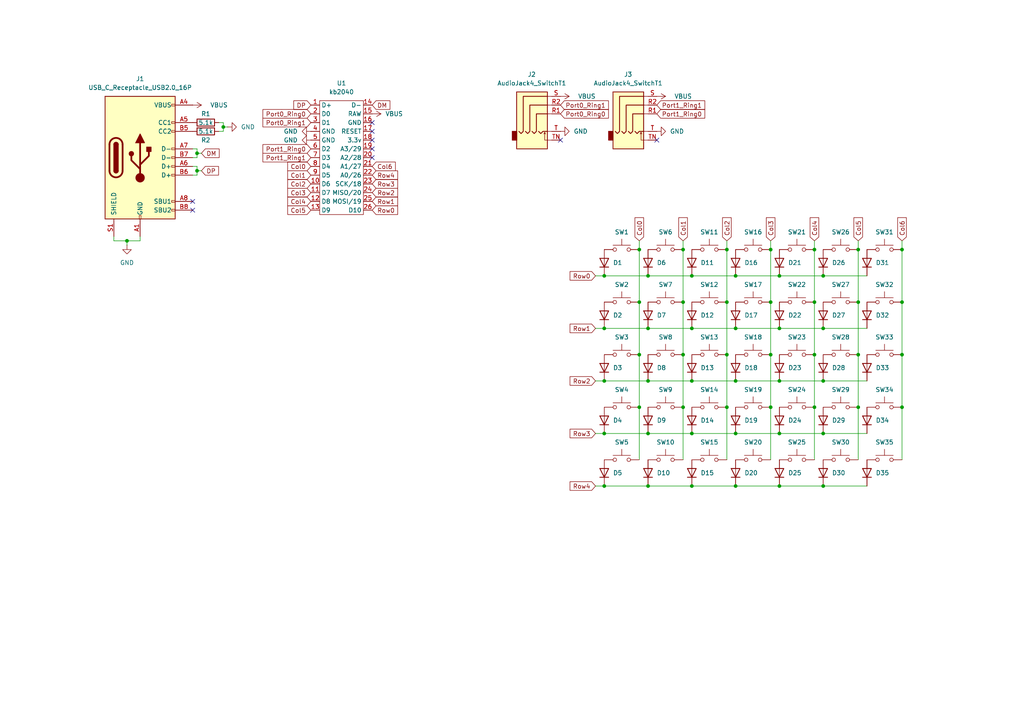
<source format=kicad_sch>
(kicad_sch (version 20231120) (generator "eeschema") (generator_version "8.0")
  (paper "A4")
  (lib_symbols
    (symbol "Connector:USB_C_Receptacle_USB2.0_16P" (pin_names (offset 1.016))
      (property "Reference" "J" (at 0 22.225 0))
      (property "Value" "USB_C_Receptacle_USB2.0_16P" (at 0 19.685 0))
      (symbol "USB_C_Receptacle_USB2.0_16P_0_0"
        (rectangle (start -0.254 -17.78) (end 0.254 -16.764))
        (rectangle (start 10.16 -14.986) (end 9.144 -15.494))
        (rectangle (start 10.16 -12.446) (end 9.144 -12.954))
        (rectangle (start 10.16 -4.826) (end 9.144 -5.334))
        (rectangle (start 10.16 -2.286) (end 9.144 -2.794))
        (rectangle (start 10.16 0.254) (end 9.144 -0.254))
        (rectangle (start 10.16 2.794) (end 9.144 2.286))
        (rectangle (start 10.16 7.874) (end 9.144 7.366))
        (rectangle (start 10.16 10.414) (end 9.144 9.906))
        (rectangle (start 10.16 15.494) (end 9.144 14.986))
      )
      (symbol "USB_C_Receptacle_USB2.0_16P_0_1"
        (rectangle (start -10.16 17.78) (end 10.16 -17.78) (stroke (width 0.254)) (fill (type background)))
        (arc (start -8.89 -3.81) (mid -6.985 -5.7067) (end -5.08 -3.81) (stroke (width 0.508)))
        (arc (start -7.62 -3.81) (mid -6.985 -4.4423) (end -6.35 -3.81) (stroke (width 0.254)))
        (arc (start -7.62 -3.81) (mid -6.985 -4.4423) (end -6.35 -3.81) (stroke (width 0.254)) (fill (type outline)))
        (rectangle (start -7.62 -3.81) (end -6.35 3.81) (stroke (width 0.254)) (fill (type outline)))
        (arc (start -6.35 3.81) (mid -6.985 4.4423) (end -7.62 3.81) (stroke (width 0.254)))
        (arc (start -6.35 3.81) (mid -6.985 4.4423) (end -7.62 3.81) (stroke (width 0.254)) (fill (type outline)))
        (arc (start -5.08 3.81) (mid -6.985 5.7067) (end -8.89 3.81) (stroke (width 0.508)))
        (circle (center -2.54 1.143) (radius 0.635) (stroke (width 0.254)) (fill (type outline)))
        (circle (center 0 -5.842) (radius 1.27) (fill (type outline)))
        (polyline (pts (xy -8.89 -3.81) (xy -8.89 3.81)) (stroke (width 0.508)))
        (polyline (pts (xy -5.08 3.81) (xy -5.08 -3.81)) (stroke (width 0.508)))
        (polyline (pts (xy 0 -5.842) (xy 0 4.318)) (stroke (width 0.508)))
        (polyline (pts (xy 0 -3.302) (xy -2.54 -0.762) (xy -2.54 0.508)) (stroke (width 0.508)))
        (polyline (pts (xy 0 -2.032) (xy 2.54 0.508) (xy 2.54 1.778)) (stroke (width 0.508)))
        (polyline (pts (xy -1.27 4.318) (xy 0 6.858) (xy 1.27 4.318) (xy -1.27 4.318)) (stroke (width 0.254)) (fill (type outline)))
        (rectangle (start 1.905 1.778) (end 3.175 3.048) (stroke (width 0.254)) (fill (type outline)))
      )
      (symbol "USB_C_Receptacle_USB2.0_16P_1_1"
        (pin passive line (at 0 -22.86 90) (length 5.08) (name "GND") (number "A1"))
        (pin passive line (at 0 -22.86 90) (length 5.08) hide (name "GND") (number "A12"))
        (pin passive line (at 15.24 15.24 180) (length 5.08) (name "VBUS") (number "A4"))
        (pin bidirectional line (at 15.24 10.16 180) (length 5.08) (name "CC1") (number "A5"))
        (pin bidirectional line (at 15.24 -2.54 180) (length 5.08) (name "D+") (number "A6"))
        (pin bidirectional line (at 15.24 2.54 180) (length 5.08) (name "D-") (number "A7"))
        (pin bidirectional line (at 15.24 -12.7 180) (length 5.08) (name "SBU1") (number "A8"))
        (pin passive line (at 15.24 15.24 180) (length 5.08) hide (name "VBUS") (number "A9"))
        (pin passive line (at 0 -22.86 90) (length 5.08) hide (name "GND") (number "B1"))
        (pin passive line (at 0 -22.86 90) (length 5.08) hide (name "GND") (number "B12"))
        (pin passive line (at 15.24 15.24 180) (length 5.08) hide (name "VBUS") (number "B4"))
        (pin bidirectional line (at 15.24 7.62 180) (length 5.08) (name "CC2") (number "B5"))
        (pin bidirectional line (at 15.24 -5.08 180) (length 5.08) (name "D+") (number "B6"))
        (pin bidirectional line (at 15.24 0 180) (length 5.08) (name "D-") (number "B7"))
        (pin bidirectional line (at 15.24 -15.24 180) (length 5.08) (name "SBU2") (number "B8"))
        (pin passive line (at 15.24 15.24 180) (length 5.08) hide (name "VBUS") (number "B9"))
        (pin passive line (at -7.62 -22.86 90) (length 5.08) (name "SHIELD") (number "S1"))
      )
    )
    (symbol "Connector_Audio:AudioJack4_SwitchT1"
      (property "Reference" "J" (at 0 11.43 0))
      (property "Value" "AudioJack4_SwitchT1" (at 0 8.89 0))
      (symbol "AudioJack4_SwitchT1_0_1"
        (rectangle (start -7.62 -5.08) (end -8.89 -7.62) (stroke (width 0.254)) (fill (type outline)))
        (polyline (pts (xy 1.27 -5.08) (xy 2.54 -5.08)))
        (polyline (pts (xy 1.27 2.54) (xy 2.54 2.54)))
        (polyline (pts (xy 2.54 0) (xy 1.27 0)))
        (polyline (pts (xy 2.54 5.08) (xy 1.27 5.08)))
        (rectangle (start 1.27 6.35) (end -7.62 -10.16) (stroke (width 0.254)) (fill (type background)))
      )
      (symbol "AudioJack4_SwitchT1_1_1"
        (polyline (pts (xy 0.508 -5.334) (xy 0.762 -5.842)))
        (polyline (pts (xy -1.27 -5.08) (xy -0.635 -5.715) (xy 0 -5.08) (xy 1.27 -5.08)) (stroke (width 0.254)))
        (polyline (pts (xy 2.54 -7.62) (xy 0.508 -7.62) (xy 0.508 -5.334) (xy 0.254 -5.842)))
        (polyline (pts (xy -3.175 -5.08) (xy -2.54 -5.715) (xy -1.905 -5.08) (xy -1.905 0) (xy 1.27 0)) (stroke (width 0.254)))
        (polyline (pts (xy 1.27 2.54) (xy -3.81 2.54) (xy -3.81 -5.08) (xy -4.445 -5.715) (xy -5.08 -5.08)) (stroke (width 0.254)))
        (polyline (pts (xy 1.27 5.08) (xy -5.715 5.08) (xy -5.715 -5.08) (xy -6.35 -5.715) (xy -6.985 -5.08)) (stroke (width 0.254)))
        (pin passive line (at 5.08 0 180) (length 2.54) (name "~") (number "R1"))
        (pin passive line (at 5.08 2.54 180) (length 2.54) (name "~") (number "R2"))
        (pin passive line (at 5.08 5.08 180) (length 2.54) (name "~") (number "S"))
        (pin passive line (at 5.08 -5.08 180) (length 2.54) (name "~") (number "T"))
        (pin passive line (at 5.08 -7.62 180) (length 2.54) (name "~") (number "TN"))
      )
    )
    (symbol "Device:D" (pin_numbers hide) (pin_names (offset 1.016) hide)
      (property "Reference" "D" (at 0 2.54 0))
      (property "Value" "D" (at 0 -2.54 0))
      (symbol "D_0_1"
        (polyline (pts (xy -1.27 1.27) (xy -1.27 -1.27)) (stroke (width 0.254)))
        (polyline (pts (xy 1.27 0) (xy -1.27 0)))
        (polyline (pts (xy 1.27 1.27) (xy 1.27 -1.27) (xy -1.27 0) (xy 1.27 1.27)) (stroke (width 0.254)))
      )
      (symbol "D_1_1"
        (pin passive line (at -3.81 0 0) (length 2.54) (name "K") (number "1"))
        (pin passive line (at 3.81 0 180) (length 2.54) (name "A") (number "2"))
      )
    )
    (symbol "Device:R" (pin_numbers hide) (pin_names (offset 0))
      (property "Reference" "R" (at 2.032 0 90))
      (property "Value" "R" (at 0 0 90))
      (symbol "R_0_1"
        (rectangle (start -1.016 -2.54) (end 1.016 2.54) (stroke (width 0.254)))
      )
      (symbol "R_1_1"
        (pin passive line (at 0 3.81 270) (length 1.27) (name "~") (number "1"))
        (pin passive line (at 0 -3.81 90) (length 1.27) (name "~") (number "2"))
      )
    )
    (symbol "Switch:SW_Push" (pin_numbers hide) (pin_names (offset 1.016) hide)
      (property "Reference" "SW" (at 1.27 2.54 0))
      (property "Value" "SW_Push" (at 0 -1.524 0))
      (symbol "SW_Push_0_1"
        (circle (center -2.032 0) (radius 0.508))
        (polyline (pts (xy 0 1.27) (xy 0 3.048)))
        (polyline (pts (xy 2.54 1.27) (xy -2.54 1.27)))
        (circle (center 2.032 0) (radius 0.508))
        (pin passive line (at -5.08 0 0) (length 2.54) (name "1") (number "1"))
        (pin passive line (at 5.08 0 180) (length 2.54) (name "2") (number "2"))
      )
    )
    (symbol "kb2040:kb2040"
      (property "Reference" "U" (at 0 0 0))
      (property "Value" "kb2040" (at 0 -2.54 0))
      (symbol "kb2040_0_1"
        (rectangle (start 0 -3.81) (end 12.7 -36.83) (stroke (width 0.1524)))
      )
      (symbol "kb2040_1_1"
        (pin bidirectional line (at -2.54 -5.08 0) (length 2.54) (name "D+") (number "1"))
        (pin bidirectional line (at -2.54 -27.94 0) (length 2.54) (name "D6") (number "10"))
        (pin bidirectional line (at -2.54 -30.48 0) (length 2.54) (name "D7") (number "11"))
        (pin bidirectional line (at -2.54 -33.02 0) (length 2.54) (name "D8") (number "12"))
        (pin bidirectional line (at -2.54 -35.56 0) (length 2.54) (name "D9") (number "13"))
        (pin bidirectional line (at 15.24 -5.08 180) (length 2.54) (name "D-") (number "14"))
        (pin bidirectional line (at 15.24 -7.62 180) (length 2.54) (name "RAW") (number "15"))
        (pin bidirectional line (at 15.24 -10.16 180) (length 2.54) (name "GND") (number "16"))
        (pin bidirectional line (at 15.24 -12.7 180) (length 2.54) (name "RESET") (number "17"))
        (pin bidirectional line (at 15.24 -15.24 180) (length 2.54) (name "3.3v") (number "18"))
        (pin bidirectional line (at 15.24 -17.78 180) (length 2.54) (name "A3/29") (number "19"))
        (pin bidirectional line (at -2.54 -7.62 0) (length 2.54) (name "D0") (number "2"))
        (pin bidirectional line (at 15.24 -20.32 180) (length 2.54) (name "A2/28") (number "20"))
        (pin bidirectional line (at 15.24 -22.86 180) (length 2.54) (name "A1/27") (number "21"))
        (pin bidirectional line (at 15.24 -25.4 180) (length 2.54) (name "A0/26") (number "22"))
        (pin bidirectional line (at 15.24 -27.94 180) (length 2.54) (name "SCK/18") (number "23"))
        (pin bidirectional line (at 15.24 -30.48 180) (length 2.54) (name "MISO/20") (number "24"))
        (pin bidirectional line (at 15.24 -33.02 180) (length 2.54) (name "MOSI/19") (number "25"))
        (pin bidirectional line (at 15.24 -35.56 180) (length 2.54) (name "D10") (number "26"))
        (pin bidirectional line (at -2.54 -10.16 0) (length 2.54) (name "D1") (number "3"))
        (pin bidirectional line (at -2.54 -12.7 0) (length 2.54) (name "GND") (number "4"))
        (pin bidirectional line (at -2.54 -15.24 0) (length 2.54) (name "GND") (number "5"))
        (pin bidirectional line (at -2.54 -17.78 0) (length 2.54) (name "D2") (number "6"))
        (pin bidirectional line (at -2.54 -20.32 0) (length 2.54) (name "D3") (number "7"))
        (pin bidirectional line (at -2.54 -22.86 0) (length 2.54) (name "D4") (number "8"))
        (pin bidirectional line (at -2.54 -25.4 0) (length 2.54) (name "D5") (number "9"))
      )
    )
    (symbol "power:GND" (power) (pin_numbers hide) (pin_names (offset 0) hide)
      (property "Value" "GND" (at 0 -3.81 0))
      (symbol "GND_0_1"
        (polyline (pts (xy 0 0) (xy 0 -1.27) (xy 1.27 -1.27) (xy 0 -2.54) (xy -1.27 -1.27) (xy 0 -1.27)))
      )
      (symbol "GND_1_1"
        (pin power_in line (at 0 0 270) (length 0) (name "~") (number "1"))
      )
    )
    (symbol "power:VBUS" (power) (pin_numbers hide) (pin_names (offset 0) hide)
      (property "Value" "VBUS" (at 0 3.556 0))
      (symbol "VBUS_0_1"
        (polyline (pts (xy -0.762 1.27) (xy 0 2.54)))
        (polyline (pts (xy 0 0) (xy 0 2.54)))
        (polyline (pts (xy 0 2.54) (xy 0.762 1.27)))
      )
      (symbol "VBUS_1_1"
        (pin power_in line (at 0 0 90) (length 0) (name "~") (number "1"))
      )
    )
  )
  (junction (at 187.96 140.97))
  (junction (at 198.12 87.63))
  (junction (at 236.22 87.63))
  (junction (at 175.26 95.25))
  (junction (at 226.06 125.73))
  (junction (at 175.26 125.73))
  (junction (at 198.12 102.87))
  (junction (at 57.15 44.45))
  (junction (at 198.12 118.11))
  (junction (at 210.82 87.63))
  (junction (at 223.52 72.39))
  (junction (at 57.15 49.53))
  (junction (at 213.36 80.01))
  (junction (at 198.12 72.39))
  (junction (at 200.66 80.01))
  (junction (at 261.62 72.39))
  (junction (at 261.62 118.11))
  (junction (at 238.76 80.01))
  (junction (at 185.42 87.63))
  (junction (at 236.22 102.87))
  (junction (at 226.06 95.25))
  (junction (at 226.06 140.97))
  (junction (at 238.76 110.49))
  (junction (at 200.66 95.25))
  (junction (at 185.42 102.87))
  (junction (at 200.66 125.73))
  (junction (at 213.36 110.49))
  (junction (at 248.92 87.63))
  (junction (at 226.06 80.01))
  (junction (at 248.92 102.87))
  (junction (at 200.66 140.97))
  (junction (at 36.83 69.85))
  (junction (at 187.96 110.49))
  (junction (at 236.22 72.39))
  (junction (at 248.92 118.11))
  (junction (at 185.42 72.39))
  (junction (at 261.62 102.87))
  (junction (at 223.52 118.11))
  (junction (at 223.52 87.63))
  (junction (at 213.36 140.97))
  (junction (at 64.77 36.83))
  (junction (at 226.06 110.49))
  (junction (at 248.92 72.39))
  (junction (at 187.96 80.01))
  (junction (at 210.82 72.39))
  (junction (at 236.22 118.11))
  (junction (at 238.76 140.97))
  (junction (at 175.26 80.01))
  (junction (at 213.36 125.73))
  (junction (at 223.52 102.87))
  (junction (at 185.42 118.11))
  (junction (at 238.76 125.73))
  (junction (at 200.66 110.49))
  (junction (at 187.96 125.73))
  (junction (at 210.82 118.11))
  (junction (at 261.62 87.63))
  (junction (at 175.26 140.97))
  (junction (at 238.76 95.25))
  (junction (at 187.96 95.25))
  (junction (at 175.26 110.49))
  (junction (at 213.36 95.25))
  (junction (at 210.82 102.87))
  (no_connect (at 107.95 43.18))
  (no_connect (at 107.95 35.56))
  (no_connect (at 162.56 40.64))
  (no_connect (at 107.95 45.72))
  (no_connect (at 107.95 40.64))
  (no_connect (at 55.88 58.42))
  (no_connect (at 190.5 40.64))
  (no_connect (at 55.88 60.96))
  (no_connect (at 107.95 38.1))
  (wire (pts (xy 210.82 102.87) (xy 210.82 118.11)))
  (wire (pts (xy 248.92 102.87) (xy 248.92 118.11)))
  (wire (pts (xy 210.82 118.11) (xy 210.82 133.35)))
  (wire (pts (xy 185.42 69.85) (xy 185.42 72.39)))
  (wire (pts (xy 248.92 69.85) (xy 248.92 72.39)))
  (wire (pts (xy 261.62 69.85) (xy 261.62 72.39)))
  (wire (pts (xy 187.96 80.01) (xy 200.66 80.01)))
  (wire (pts (xy 55.88 45.72) (xy 57.15 45.72)))
  (wire (pts (xy 198.12 72.39) (xy 198.12 87.63)))
  (wire (pts (xy 57.15 49.53) (xy 58.42 49.53)))
  (wire (pts (xy 226.06 140.97) (xy 238.76 140.97)))
  (wire (pts (xy 175.26 125.73) (xy 187.96 125.73)))
  (wire (pts (xy 175.26 80.01) (xy 187.96 80.01)))
  (wire (pts (xy 238.76 80.01) (xy 251.46 80.01)))
  (wire (pts (xy 57.15 45.72) (xy 57.15 44.45)))
  (wire (pts (xy 261.62 102.87) (xy 261.62 118.11)))
  (wire (pts (xy 248.92 87.63) (xy 248.92 102.87)))
  (wire (pts (xy 55.88 48.26) (xy 57.15 48.26)))
  (wire (pts (xy 213.36 110.49) (xy 226.06 110.49)))
  (wire (pts (xy 236.22 102.87) (xy 236.22 118.11)))
  (wire (pts (xy 63.5 38.1) (xy 64.77 38.1)))
  (wire (pts (xy 198.12 87.63) (xy 198.12 102.87)))
  (wire (pts (xy 261.62 87.63) (xy 261.62 102.87)))
  (wire (pts (xy 64.77 36.83) (xy 64.77 35.56)))
  (wire (pts (xy 187.96 110.49) (xy 200.66 110.49)))
  (wire (pts (xy 172.72 125.73) (xy 175.26 125.73)))
  (wire (pts (xy 64.77 35.56) (xy 63.5 35.56)))
  (wire (pts (xy 57.15 48.26) (xy 57.15 49.53)))
  (wire (pts (xy 261.62 118.11) (xy 261.62 133.35)))
  (wire (pts (xy 187.96 125.73) (xy 200.66 125.73)))
  (wire (pts (xy 236.22 118.11) (xy 236.22 133.35)))
  (wire (pts (xy 223.52 72.39) (xy 223.52 87.63)))
  (wire (pts (xy 175.26 140.97) (xy 187.96 140.97)))
  (wire (pts (xy 185.42 102.87) (xy 185.42 118.11)))
  (wire (pts (xy 198.12 102.87) (xy 198.12 118.11)))
  (wire (pts (xy 223.52 69.85) (xy 223.52 72.39)))
  (wire (pts (xy 213.36 140.97) (xy 226.06 140.97)))
  (wire (pts (xy 172.72 140.97) (xy 175.26 140.97)))
  (wire (pts (xy 187.96 95.25) (xy 200.66 95.25)))
  (wire (pts (xy 210.82 87.63) (xy 210.82 102.87)))
  (wire (pts (xy 238.76 95.25) (xy 251.46 95.25)))
  (wire (pts (xy 261.62 72.39) (xy 261.62 87.63)))
  (wire (pts (xy 172.72 80.01) (xy 175.26 80.01)))
  (wire (pts (xy 213.36 95.25) (xy 226.06 95.25)))
  (wire (pts (xy 55.88 50.8) (xy 57.15 50.8)))
  (wire (pts (xy 200.66 95.25) (xy 213.36 95.25)))
  (wire (pts (xy 175.26 95.25) (xy 187.96 95.25)))
  (wire (pts (xy 210.82 69.85) (xy 210.82 72.39)))
  (wire (pts (xy 248.92 72.39) (xy 248.92 87.63)))
  (wire (pts (xy 198.12 69.85) (xy 198.12 72.39)))
  (wire (pts (xy 185.42 72.39) (xy 185.42 87.63)))
  (wire (pts (xy 57.15 44.45) (xy 58.42 44.45)))
  (wire (pts (xy 57.15 43.18) (xy 57.15 44.45)))
  (wire (pts (xy 175.26 110.49) (xy 187.96 110.49)))
  (wire (pts (xy 213.36 80.01) (xy 226.06 80.01)))
  (wire (pts (xy 236.22 72.39) (xy 236.22 87.63)))
  (wire (pts (xy 200.66 110.49) (xy 213.36 110.49)))
  (wire (pts (xy 236.22 69.85) (xy 236.22 72.39)))
  (wire (pts (xy 36.83 69.85) (xy 36.83 71.12)))
  (wire (pts (xy 238.76 125.73) (xy 251.46 125.73)))
  (wire (pts (xy 223.52 102.87) (xy 223.52 118.11)))
  (wire (pts (xy 172.72 110.49) (xy 175.26 110.49)))
  (wire (pts (xy 36.83 69.85) (xy 40.64 69.85)))
  (wire (pts (xy 187.96 140.97) (xy 200.66 140.97)))
  (wire (pts (xy 200.66 80.01) (xy 213.36 80.01)))
  (wire (pts (xy 40.64 68.58) (xy 40.64 69.85)))
  (wire (pts (xy 200.66 140.97) (xy 213.36 140.97)))
  (wire (pts (xy 33.02 68.58) (xy 33.02 69.85)))
  (wire (pts (xy 226.06 80.01) (xy 238.76 80.01)))
  (wire (pts (xy 226.06 95.25) (xy 238.76 95.25)))
  (wire (pts (xy 223.52 87.63) (xy 223.52 102.87)))
  (wire (pts (xy 64.77 36.83) (xy 66.04 36.83)))
  (wire (pts (xy 223.52 118.11) (xy 223.52 133.35)))
  (wire (pts (xy 57.15 50.8) (xy 57.15 49.53)))
  (wire (pts (xy 238.76 110.49) (xy 251.46 110.49)))
  (wire (pts (xy 198.12 118.11) (xy 198.12 133.35)))
  (wire (pts (xy 213.36 125.73) (xy 226.06 125.73)))
  (wire (pts (xy 226.06 110.49) (xy 238.76 110.49)))
  (wire (pts (xy 238.76 140.97) (xy 251.46 140.97)))
  (wire (pts (xy 185.42 118.11) (xy 185.42 133.35)))
  (wire (pts (xy 248.92 118.11) (xy 248.92 133.35)))
  (wire (pts (xy 200.66 125.73) (xy 213.36 125.73)))
  (wire (pts (xy 33.02 69.85) (xy 36.83 69.85)))
  (wire (pts (xy 210.82 72.39) (xy 210.82 87.63)))
  (wire (pts (xy 55.88 43.18) (xy 57.15 43.18)))
  (wire (pts (xy 172.72 95.25) (xy 175.26 95.25)))
  (wire (pts (xy 185.42 87.63) (xy 185.42 102.87)))
  (wire (pts (xy 64.77 38.1) (xy 64.77 36.83)))
  (wire (pts (xy 226.06 125.73) (xy 238.76 125.73)))
  (wire (pts (xy 236.22 87.63) (xy 236.22 102.87)))
  (global_label "Col5" (shape input) (at 90.17 60.96 180) (property "Intersheetrefs" "${INTERSHEET_REFS}" (effects (hide yes))))
  (global_label "Col6" (shape input) (at 107.95 48.26 0) (property "Intersheetrefs" "${INTERSHEET_REFS}" (effects (hide yes))))
  (global_label "Row2" (shape input) (at 107.95 55.88 0) (property "Intersheetrefs" "${INTERSHEET_REFS}" (effects (hide yes))))
  (global_label "Col3" (shape input) (at 90.17 55.88 180) (property "Intersheetrefs" "${INTERSHEET_REFS}" (effects (hide yes))))
  (global_label "Port0_Ring1" (shape input) (at 162.56 30.48 0) (property "Intersheetrefs" "${INTERSHEET_REFS}" (effects (hide yes))))
  (global_label "Row0" (shape input) (at 107.95 60.96 0) (property "Intersheetrefs" "${INTERSHEET_REFS}" (effects (hide yes))))
  (global_label "DM" (shape input) (at 58.42 44.45 0) (property "Intersheetrefs" "${INTERSHEET_REFS}" (effects (hide yes))))
  (global_label "Row3" (shape input) (at 172.72 125.73 180) (property "Intersheetrefs" "${INTERSHEET_REFS}" (effects (hide yes))))
  (global_label "Row0" (shape input) (at 172.72 80.01 180) (property "Intersheetrefs" "${INTERSHEET_REFS}" (effects (hide yes))))
  (global_label "Port1_Ring1" (shape input) (at 190.5 30.48 0) (property "Intersheetrefs" "${INTERSHEET_REFS}" (effects (hide yes))))
  (global_label "Row4" (shape input) (at 172.72 140.97 180) (property "Intersheetrefs" "${INTERSHEET_REFS}" (effects (hide yes))))
  (global_label "Col2" (shape input) (at 90.17 53.34 180) (property "Intersheetrefs" "${INTERSHEET_REFS}" (effects (hide yes))))
  (global_label "Row1" (shape input) (at 107.95 58.42 0) (property "Intersheetrefs" "${INTERSHEET_REFS}" (effects (hide yes))))
  (global_label "Col3" (shape input) (at 223.52 69.85 90) (property "Intersheetrefs" "${INTERSHEET_REFS}" (effects (hide yes))))
  (global_label "Row1" (shape input) (at 172.72 95.25 180) (property "Intersheetrefs" "${INTERSHEET_REFS}" (effects (hide yes))))
  (global_label "Port0_Ring0" (shape input) (at 90.17 33.02 180) (property "Intersheetrefs" "${INTERSHEET_REFS}" (effects (hide yes))))
  (global_label "Row2" (shape input) (at 172.72 110.49 180) (property "Intersheetrefs" "${INTERSHEET_REFS}" (effects (hide yes))))
  (global_label "Col2" (shape input) (at 210.82 69.85 90) (property "Intersheetrefs" "${INTERSHEET_REFS}" (effects (hide yes))))
  (global_label "Col6" (shape input) (at 261.62 69.85 90) (property "Intersheetrefs" "${INTERSHEET_REFS}" (effects (hide yes))))
  (global_label "Port0_Ring1" (shape input) (at 90.17 35.56 180) (property "Intersheetrefs" "${INTERSHEET_REFS}" (effects (hide yes))))
  (global_label "Port0_Ring0" (shape input) (at 162.56 33.02 0) (property "Intersheetrefs" "${INTERSHEET_REFS}" (effects (hide yes))))
  (global_label "Col0" (shape input) (at 185.42 69.85 90) (property "Intersheetrefs" "${INTERSHEET_REFS}" (effects (hide yes))))
  (global_label "Col1" (shape input) (at 198.12 69.85 90) (property "Intersheetrefs" "${INTERSHEET_REFS}" (effects (hide yes))))
  (global_label "Port1_Ring0" (shape input) (at 90.17 43.18 180) (property "Intersheetrefs" "${INTERSHEET_REFS}" (effects (hide yes))))
  (global_label "Row3" (shape input) (at 107.95 53.34 0) (property "Intersheetrefs" "${INTERSHEET_REFS}" (effects (hide yes))))
  (global_label "Col4" (shape input) (at 90.17 58.42 180) (property "Intersheetrefs" "${INTERSHEET_REFS}" (effects (hide yes))))
  (global_label "DP" (shape input) (at 58.42 49.53 0) (property "Intersheetrefs" "${INTERSHEET_REFS}" (effects (hide yes))))
  (global_label "Col5" (shape input) (at 248.92 69.85 90) (property "Intersheetrefs" "${INTERSHEET_REFS}" (effects (hide yes))))
  (global_label "Col4" (shape input) (at 236.22 69.85 90) (property "Intersheetrefs" "${INTERSHEET_REFS}" (effects (hide yes))))
  (global_label "Port1_Ring0" (shape input) (at 190.5 33.02 0) (property "Intersheetrefs" "${INTERSHEET_REFS}" (effects (hide yes))))
  (global_label "DP" (shape input) (at 90.17 30.48 180) (property "Intersheetrefs" "${INTERSHEET_REFS}" (effects (hide yes))))
  (global_label "Port1_Ring1" (shape input) (at 90.17 45.72 180) (property "Intersheetrefs" "${INTERSHEET_REFS}" (effects (hide yes))))
  (global_label "Col0" (shape input) (at 90.17 48.26 180) (property "Intersheetrefs" "${INTERSHEET_REFS}" (effects (hide yes))))
  (global_label "Row4" (shape input) (at 107.95 50.8 0) (property "Intersheetrefs" "${INTERSHEET_REFS}" (effects (hide yes))))
  (global_label "DM" (shape input) (at 107.95 30.48 0) (property "Intersheetrefs" "${INTERSHEET_REFS}" (effects (hide yes))))
  (global_label "Col1" (shape input) (at 90.17 50.8 180) (property "Intersheetrefs" "${INTERSHEET_REFS}" (effects (hide yes))))
  (symbol (lib_id "Switch:SW_Push") (at 256.54 72.39 0) (unit 1)
    (property "Reference" "SW31" (at 256.54 67.31 0))
    (property "Value" "SW_Push" (effects (hide yes)))
    (property "Footprint" "PCM_Switch_Keyboard_Hotswap_Kailh:SW_Hotswap_Kailh_MX_1.00u" (effects (hide yes)))
    (property "Description" "Push button switch, generic, two pins" (effects (hide yes)))
    (property "JLC" "C41430893" (effects (hide yes)))
  )
  (symbol (lib_id "Device:D") (at 251.46 76.2 90) (unit 1)
    (property "Reference" "D31" (at 254 76.1999 90) (effects (justify right)))
    (property "Value" "D" (effects (hide yes)))
    (property "Footprint" "Diode_SMD:D_SOD-323" (effects (hide yes)))
    (property "Description" "Diode" (effects (hide yes)))
    (property "Sim.Device" "D" (effects (hide yes)))
    (property "Sim.Pins" "1=K 2=A" (effects (hide yes)))
    (property "JLC" "C2128" (effects (hide yes)))
  )
  (symbol (lib_id "power:GND") (at 162.56 38.1 90) (unit 1)
    (property "Reference" "#PWR09" (effects (hide yes)))
    (property "Value" "GND" (at 166.37 38.0999 90) (effects (justify right)))
    (property "Description" "Power symbol creates a global label with name \"GND\" , ground" (effects (hide yes)))
  )
  (symbol (lib_id "Switch:SW_Push") (at 180.34 118.11 0) (unit 1)
    (property "Reference" "SW4" (at 180.34 113.03 0))
    (property "Value" "SW_Push" (effects (hide yes)))
    (property "Footprint" "PCM_Switch_Keyboard_Hotswap_Kailh:SW_Hotswap_Kailh_MX_1.00u" (effects (hide yes)))
    (property "Description" "Push button switch, generic, two pins" (effects (hide yes)))
    (property "JLC" "C41430893" (effects (hide yes)))
  )
  (symbol (lib_id "Switch:SW_Push") (at 256.54 102.87 0) (unit 1)
    (property "Reference" "SW33" (at 256.54 97.79 0))
    (property "Value" "SW_Push" (effects (hide yes)))
    (property "Footprint" "PCM_Switch_Keyboard_Hotswap_Kailh:SW_Hotswap_Kailh_MX_1.00u" (effects (hide yes)))
    (property "Description" "Push button switch, generic, two pins" (effects (hide yes)))
    (property "JLC" "C41430893" (effects (hide yes)))
  )
  (symbol (lib_id "Switch:SW_Push") (at 256.54 87.63 0) (unit 1)
    (property "Reference" "SW32" (at 256.54 82.55 0))
    (property "Value" "SW_Push" (effects (hide yes)))
    (property "Footprint" "PCM_Switch_Keyboard_Hotswap_Kailh:SW_Hotswap_Kailh_MX_1.00u" (effects (hide yes)))
    (property "Description" "Push button switch, generic, two pins" (effects (hide yes)))
    (property "JLC" "C41430893" (effects (hide yes)))
  )
  (symbol (lib_id "Device:R") (at 59.69 35.56 90) (unit 1)
    (property "Reference" "R1" (at 59.69 33.02 90))
    (property "Value" "5.1k" (at 59.69 35.56 90))
    (property "Footprint" "Resistor_SMD:R_0603_1608Metric" (effects (hide yes)))
    (property "Description" "Resistor" (effects (hide yes)))
    (property "JLC" "C23186" (effects (hide yes)))
  )
  (symbol (lib_id "Switch:SW_Push") (at 231.14 133.35 0) (unit 1)
    (property "Reference" "SW25" (at 231.14 128.27 0))
    (property "Value" "SW_Push" (effects (hide yes)))
    (property "Footprint" "PCM_Switch_Keyboard_Hotswap_Kailh:SW_Hotswap_Kailh_MX_1.00u" (effects (hide yes)))
    (property "Description" "Push button switch, generic, two pins" (effects (hide yes)))
    (property "JLC" "C41430893" (effects (hide yes)))
  )
  (symbol (lib_id "Switch:SW_Push") (at 243.84 72.39 0) (unit 1)
    (property "Reference" "SW26" (at 243.84 67.31 0))
    (property "Value" "SW_Push" (effects (hide yes)))
    (property "Footprint" "PCM_Switch_Keyboard_Hotswap_Kailh:SW_Hotswap_Kailh_MX_1.00u" (effects (hide yes)))
    (property "Description" "Push button switch, generic, two pins" (effects (hide yes)))
    (property "JLC" "C41430893" (effects (hide yes)))
  )
  (symbol (lib_id "Device:D") (at 251.46 137.16 90) (unit 1)
    (property "Reference" "D35" (at 254 137.1599 90) (effects (justify right)))
    (property "Value" "D" (effects (hide yes)))
    (property "Footprint" "Diode_SMD:D_SOD-323" (effects (hide yes)))
    (property "Description" "Diode" (effects (hide yes)))
    (property "Sim.Device" "D" (effects (hide yes)))
    (property "Sim.Pins" "1=K 2=A" (effects (hide yes)))
    (property "JLC" "C2128" (effects (hide yes)))
  )
  (symbol (lib_id "Connector_Audio:AudioJack4_SwitchT1") (at 185.42 33.02 0) (unit 1)
    (property "Reference" "J3" (at 182.1815 21.59 0))
    (property "Value" "AudioJack4_SwitchT1" (at 182.1815 24.13 0))
    (property "Footprint" "Connector_Audio:Jack_3.5mm_PJ320D_Horizontal" (effects (hide yes)))
    (property "Description" "Audio Jack, 4 Poles (Stereo / TRRS), Switched T1 Pole (Normalling)" (effects (hide yes)))
    (property "JLC" "C431535" (effects (hide yes)))
  )
  (symbol (lib_id "Device:D") (at 187.96 137.16 90) (unit 1)
    (property "Reference" "D10" (at 190.5 137.1599 90) (effects (justify right)))
    (property "Value" "D" (effects (hide yes)))
    (property "Footprint" "Diode_SMD:D_SOD-323" (effects (hide yes)))
    (property "Description" "Diode" (effects (hide yes)))
    (property "Sim.Device" "D" (effects (hide yes)))
    (property "Sim.Pins" "1=K 2=A" (effects (hide yes)))
    (property "JLC" "C2128" (effects (hide yes)))
  )
  (symbol (lib_id "Switch:SW_Push") (at 193.04 118.11 0) (unit 1)
    (property "Reference" "SW9" (at 193.04 113.03 0))
    (property "Value" "SW_Push" (effects (hide yes)))
    (property "Footprint" "PCM_Switch_Keyboard_Hotswap_Kailh:SW_Hotswap_Kailh_MX_1.00u" (effects (hide yes)))
    (property "Description" "Push button switch, generic, two pins" (effects (hide yes)))
    (property "JLC" "C41430893" (effects (hide yes)))
  )
  (symbol (lib_id "Switch:SW_Push") (at 193.04 72.39 0) (unit 1)
    (property "Reference" "SW6" (at 193.04 67.31 0))
    (property "Value" "SW_Push" (effects (hide yes)))
    (property "Footprint" "PCM_Switch_Keyboard_Hotswap_Kailh:SW_Hotswap_Kailh_MX_1.00u" (effects (hide yes)))
    (property "Description" "Push button switch, generic, two pins" (effects (hide yes)))
    (property "JLC" "C41430893" (effects (hide yes)))
  )
  (symbol (lib_id "Device:D") (at 175.26 137.16 90) (unit 1)
    (property "Reference" "D5" (at 177.8 137.1599 90) (effects (justify right)))
    (property "Value" "D" (effects (hide yes)))
    (property "Footprint" "Diode_SMD:D_SOD-323" (effects (hide yes)))
    (property "Description" "Diode" (effects (hide yes)))
    (property "Sim.Device" "D" (effects (hide yes)))
    (property "Sim.Pins" "1=K 2=A" (effects (hide yes)))
    (property "JLC" "C2128" (effects (hide yes)))
  )
  (symbol (lib_id "Switch:SW_Push") (at 231.14 102.87 0) (unit 1)
    (property "Reference" "SW23" (at 231.14 97.79 0))
    (property "Value" "SW_Push" (effects (hide yes)))
    (property "Footprint" "PCM_Switch_Keyboard_Hotswap_Kailh:SW_Hotswap_Kailh_MX_1.00u" (effects (hide yes)))
    (property "Description" "Push button switch, generic, two pins" (effects (hide yes)))
    (property "JLC" "C41430893" (effects (hide yes)))
  )
  (symbol (lib_id "Device:D") (at 251.46 121.92 90) (unit 1)
    (property "Reference" "D34" (at 254 121.9199 90) (effects (justify right)))
    (property "Value" "D" (effects (hide yes)))
    (property "Footprint" "Diode_SMD:D_SOD-323" (effects (hide yes)))
    (property "Description" "Diode" (effects (hide yes)))
    (property "Sim.Device" "D" (effects (hide yes)))
    (property "Sim.Pins" "1=K 2=A" (effects (hide yes)))
    (property "JLC" "C2128" (effects (hide yes)))
  )
  (symbol (lib_id "power:GND") (at 36.83 71.12 0) (unit 1)
    (property "Reference" "#PWR04" (effects (hide yes)))
    (property "Value" "GND" (at 36.83 76.2 0))
    (property "Description" "Power symbol creates a global label with name \"GND\" , ground" (effects (hide yes)))
  )
  (symbol (lib_id "Device:D") (at 238.76 137.16 90) (unit 1)
    (property "Reference" "D30" (at 241.3 137.1599 90) (effects (justify right)))
    (property "Value" "D" (effects (hide yes)))
    (property "Footprint" "Diode_SMD:D_SOD-323" (effects (hide yes)))
    (property "Description" "Diode" (effects (hide yes)))
    (property "Sim.Device" "D" (effects (hide yes)))
    (property "Sim.Pins" "1=K 2=A" (effects (hide yes)))
    (property "JLC" "C2128" (effects (hide yes)))
  )
  (symbol (lib_id "Device:D") (at 200.66 137.16 90) (unit 1)
    (property "Reference" "D15" (at 203.2 137.1599 90) (effects (justify right)))
    (property "Value" "D" (effects (hide yes)))
    (property "Footprint" "Diode_SMD:D_SOD-323" (effects (hide yes)))
    (property "Description" "Diode" (effects (hide yes)))
    (property "Sim.Device" "D" (effects (hide yes)))
    (property "Sim.Pins" "1=K 2=A" (effects (hide yes)))
    (property "JLC" "C2128" (effects (hide yes)))
  )
  (symbol (lib_id "power:VBUS") (at 107.95 33.02 270) (unit 1)
    (property "Reference" "#PWR01" (effects (hide yes)))
    (property "Value" "VBUS" (at 111.76 33.0199 90) (effects (justify left)))
    (property "Description" "Power symbol creates a global label with name \"VBUS\"" (effects (hide yes)))
  )
  (symbol (lib_id "Device:D") (at 200.66 106.68 90) (unit 1)
    (property "Reference" "D13" (at 203.2 106.6799 90) (effects (justify right)))
    (property "Value" "D" (effects (hide yes)))
    (property "Footprint" "Diode_SMD:D_SOD-323" (effects (hide yes)))
    (property "Description" "Diode" (effects (hide yes)))
    (property "Sim.Device" "D" (effects (hide yes)))
    (property "Sim.Pins" "1=K 2=A" (effects (hide yes)))
    (property "JLC" "C2128" (effects (hide yes)))
  )
  (symbol (lib_id "Switch:SW_Push") (at 180.34 102.87 0) (unit 1)
    (property "Reference" "SW3" (at 180.34 97.79 0))
    (property "Value" "SW_Push" (effects (hide yes)))
    (property "Footprint" "PCM_Switch_Keyboard_Hotswap_Kailh:SW_Hotswap_Kailh_MX_1.00u" (effects (hide yes)))
    (property "Description" "Push button switch, generic, two pins" (effects (hide yes)))
    (property "JLC" "C41430893" (effects (hide yes)))
  )
  (symbol (lib_id "power:VBUS") (at 55.88 30.48 270) (unit 1)
    (property "Reference" "#PWR02" (effects (hide yes)))
    (property "Value" "VBUS" (at 60.96 30.4799 90) (effects (justify left)))
    (property "Description" "Power symbol creates a global label with name \"VBUS\"" (effects (hide yes)))
  )
  (symbol (lib_id "Device:D") (at 200.66 121.92 90) (unit 1)
    (property "Reference" "D14" (at 203.2 121.9199 90) (effects (justify right)))
    (property "Value" "D" (effects (hide yes)))
    (property "Footprint" "Diode_SMD:D_SOD-323" (effects (hide yes)))
    (property "Description" "Diode" (effects (hide yes)))
    (property "Sim.Device" "D" (effects (hide yes)))
    (property "Sim.Pins" "1=K 2=A" (effects (hide yes)))
    (property "JLC" "C2128" (effects (hide yes)))
  )
  (symbol (lib_id "Connector:USB_C_Receptacle_USB2.0_16P") (at 40.64 45.72 0) (unit 1)
    (property "Reference" "J1" (at 40.64 22.86 0))
    (property "Value" "USB_C_Receptacle_USB2.0_16P" (at 40.64 25.4 0))
    (property "Footprint" "Connector_USB:USB_C_Receptacle_HRO_TYPE-C-31-M-12" (effects (hide yes)))
    (property "Datasheet" "https://www.usb.org/sites/default/files/documents/usb_type-c.zip" (effects (hide yes)))
    (property "Description" "USB 2.0-only 16P Type-C Receptacle connector" (effects (hide yes)))
    (property "JLC" "C165948" (effects (hide yes)))
  )
  (symbol (lib_id "Device:D") (at 213.36 121.92 90) (unit 1)
    (property "Reference" "D19" (at 215.9 121.9199 90) (effects (justify right)))
    (property "Value" "D" (effects (hide yes)))
    (property "Footprint" "Diode_SMD:D_SOD-323" (effects (hide yes)))
    (property "Description" "Diode" (effects (hide yes)))
    (property "Sim.Device" "D" (effects (hide yes)))
    (property "Sim.Pins" "1=K 2=A" (effects (hide yes)))
    (property "JLC" "C2128" (effects (hide yes)))
  )
  (symbol (lib_id "Device:D") (at 187.96 106.68 90) (unit 1)
    (property "Reference" "D8" (at 190.5 106.6799 90) (effects (justify right)))
    (property "Value" "D" (effects (hide yes)))
    (property "Footprint" "Diode_SMD:D_SOD-323" (effects (hide yes)))
    (property "Description" "Diode" (effects (hide yes)))
    (property "Sim.Device" "D" (effects (hide yes)))
    (property "Sim.Pins" "1=K 2=A" (effects (hide yes)))
    (property "JLC" "C2128" (effects (hide yes)))
  )
  (symbol (lib_id "power:GND") (at 190.5 38.1 90) (unit 1)
    (property "Reference" "#PWR011" (effects (hide yes)))
    (property "Value" "GND" (at 194.31 38.0999 90) (effects (justify right)))
    (property "Description" "Power symbol creates a global label with name \"GND\" , ground" (effects (hide yes)))
  )
  (symbol (lib_id "Switch:SW_Push") (at 231.14 72.39 0) (unit 1)
    (property "Reference" "SW21" (at 231.14 67.31 0))
    (property "Value" "SW_Push" (effects (hide yes)))
    (property "Footprint" "PCM_Switch_Keyboard_Hotswap_Kailh:SW_Hotswap_Kailh_MX_1.00u" (effects (hide yes)))
    (property "Description" "Push button switch, generic, two pins" (effects (hide yes)))
    (property "JLC" "C41430893" (effects (hide yes)))
  )
  (symbol (lib_id "Device:D") (at 175.26 76.2 90) (unit 1)
    (property "Reference" "D1" (at 177.8 76.1999 90) (effects (justify right)))
    (property "Value" "D" (effects (hide yes)))
    (property "Footprint" "Diode_SMD:D_SOD-323" (effects (hide yes)))
    (property "Description" "Diode" (effects (hide yes)))
    (property "Sim.Device" "D" (effects (hide yes)))
    (property "Sim.Pins" "1=K 2=A" (effects (hide yes)))
    (property "JLC" "C2128" (effects (hide yes)))
  )
  (symbol (lib_id "Switch:SW_Push") (at 193.04 133.35 0) (unit 1)
    (property "Reference" "SW10" (at 193.04 128.27 0))
    (property "Value" "SW_Push" (effects (hide yes)))
    (property "Footprint" "PCM_Switch_Keyboard_Hotswap_Kailh:SW_Hotswap_Kailh_MX_1.00u" (effects (hide yes)))
    (property "Description" "Push button switch, generic, two pins" (effects (hide yes)))
    (property "JLC" "C41430893" (effects (hide yes)))
  )
  (symbol (lib_id "Switch:SW_Push") (at 205.74 72.39 0) (unit 1)
    (property "Reference" "SW11" (at 205.74 67.31 0))
    (property "Value" "SW_Push" (effects (hide yes)))
    (property "Footprint" "PCM_Switch_Keyboard_Hotswap_Kailh:SW_Hotswap_Kailh_MX_1.00u" (effects (hide yes)))
    (property "Description" "Push button switch, generic, two pins" (effects (hide yes)))
    (property "JLC" "C41430893" (effects (hide yes)))
  )
  (symbol (lib_id "Switch:SW_Push") (at 205.74 133.35 0) (unit 1)
    (property "Reference" "SW15" (at 205.74 128.27 0))
    (property "Value" "SW_Push" (effects (hide yes)))
    (property "Footprint" "PCM_Switch_Keyboard_Hotswap_Kailh:SW_Hotswap_Kailh_MX_1.00u" (effects (hide yes)))
    (property "Description" "Push button switch, generic, two pins" (effects (hide yes)))
    (property "JLC" "C41430893" (effects (hide yes)))
  )
  (symbol (lib_id "Switch:SW_Push") (at 218.44 102.87 0) (unit 1)
    (property "Reference" "SW18" (at 218.44 97.79 0))
    (property "Value" "SW_Push" (effects (hide yes)))
    (property "Footprint" "PCM_Switch_Keyboard_Hotswap_Kailh:SW_Hotswap_Kailh_MX_1.00u" (effects (hide yes)))
    (property "Description" "Push button switch, generic, two pins" (effects (hide yes)))
    (property "JLC" "C41430893" (effects (hide yes)))
  )
  (symbol (lib_id "Switch:SW_Push") (at 243.84 102.87 0) (unit 1)
    (property "Reference" "SW28" (at 243.84 97.79 0))
    (property "Value" "SW_Push" (effects (hide yes)))
    (property "Footprint" "PCM_Switch_Keyboard_Hotswap_Kailh:SW_Hotswap_Kailh_MX_1.00u" (effects (hide yes)))
    (property "Description" "Push button switch, generic, two pins" (effects (hide yes)))
    (property "JLC" "C41430893" (effects (hide yes)))
  )
  (symbol (lib_id "Switch:SW_Push") (at 180.34 87.63 0) (unit 1)
    (property "Reference" "SW2" (at 180.34 82.55 0))
    (property "Value" "SW_Push" (effects (hide yes)))
    (property "Footprint" "PCM_Switch_Keyboard_Hotswap_Kailh:SW_Hotswap_Kailh_MX_1.00u" (effects (hide yes)))
    (property "Description" "Push button switch, generic, two pins" (effects (hide yes)))
    (property "JLC" "C41430893" (effects (hide yes)))
  )
  (symbol (lib_id "Switch:SW_Push") (at 256.54 118.11 0) (unit 1)
    (property "Reference" "SW34" (at 256.54 113.03 0))
    (property "Value" "SW_Push" (effects (hide yes)))
    (property "Footprint" "PCM_Switch_Keyboard_Hotswap_Kailh:SW_Hotswap_Kailh_MX_1.00u" (effects (hide yes)))
    (property "Description" "Push button switch, generic, two pins" (effects (hide yes)))
    (property "JLC" "C41430893" (effects (hide yes)))
  )
  (symbol (lib_id "Switch:SW_Push") (at 218.44 72.39 0) (unit 1)
    (property "Reference" "SW16" (at 218.44 67.31 0))
    (property "Value" "SW_Push" (effects (hide yes)))
    (property "Footprint" "PCM_Switch_Keyboard_Hotswap_Kailh:SW_Hotswap_Kailh_MX_1.00u" (effects (hide yes)))
    (property "Description" "Push button switch, generic, two pins" (effects (hide yes)))
    (property "JLC" "C41430893" (effects (hide yes)))
  )
  (symbol (lib_id "Device:D") (at 187.96 76.2 90) (unit 1)
    (property "Reference" "D6" (at 190.5 76.1999 90) (effects (justify right)))
    (property "Value" "D" (effects (hide yes)))
    (property "Footprint" "Diode_SMD:D_SOD-323" (effects (hide yes)))
    (property "Description" "Diode" (effects (hide yes)))
    (property "Sim.Device" "D" (effects (hide yes)))
    (property "Sim.Pins" "1=K 2=A" (effects (hide yes)))
    (property "JLC" "C2128" (effects (hide yes)))
  )
  (symbol (lib_id "power:GND") (at 90.17 40.64 270) (unit 1)
    (property "Reference" "#PWR05" (effects (hide yes)))
    (property "Value" "GND" (at 86.36 40.6399 90) (effects (justify right)))
    (property "Description" "Power symbol creates a global label with name \"GND\" , ground" (effects (hide yes)))
  )
  (symbol (lib_id "Device:D") (at 187.96 91.44 90) (unit 1)
    (property "Reference" "D7" (at 190.5 91.4399 90) (effects (justify right)))
    (property "Value" "D" (effects (hide yes)))
    (property "Footprint" "Diode_SMD:D_SOD-323" (effects (hide yes)))
    (property "Description" "Diode" (effects (hide yes)))
    (property "Sim.Device" "D" (effects (hide yes)))
    (property "Sim.Pins" "1=K 2=A" (effects (hide yes)))
    (property "JLC" "C2128" (effects (hide yes)))
  )
  (symbol (lib_id "Device:D") (at 213.36 137.16 90) (unit 1)
    (property "Reference" "D20" (at 215.9 137.1599 90) (effects (justify right)))
    (property "Value" "D" (effects (hide yes)))
    (property "Footprint" "Diode_SMD:D_SOD-323" (effects (hide yes)))
    (property "Description" "Diode" (effects (hide yes)))
    (property "Sim.Device" "D" (effects (hide yes)))
    (property "Sim.Pins" "1=K 2=A" (effects (hide yes)))
    (property "JLC" "C2128" (effects (hide yes)))
  )
  (symbol (lib_id "Device:D") (at 226.06 76.2 90) (unit 1)
    (property "Reference" "D21" (at 228.6 76.1999 90) (effects (justify right)))
    (property "Value" "D" (effects (hide yes)))
    (property "Footprint" "Diode_SMD:D_SOD-323" (effects (hide yes)))
    (property "Description" "Diode" (effects (hide yes)))
    (property "Sim.Device" "D" (effects (hide yes)))
    (property "Sim.Pins" "1=K 2=A" (effects (hide yes)))
    (property "JLC" "C2128" (effects (hide yes)))
  )
  (symbol (lib_id "Device:D") (at 226.06 137.16 90) (unit 1)
    (property "Reference" "D25" (at 228.6 137.1599 90) (effects (justify right)))
    (property "Value" "D" (effects (hide yes)))
    (property "Footprint" "Diode_SMD:D_SOD-323" (effects (hide yes)))
    (property "Description" "Diode" (effects (hide yes)))
    (property "Sim.Device" "D" (effects (hide yes)))
    (property "Sim.Pins" "1=K 2=A" (effects (hide yes)))
    (property "JLC" "C2128" (effects (hide yes)))
  )
  (symbol (lib_id "Switch:SW_Push") (at 243.84 118.11 0) (unit 1)
    (property "Reference" "SW29" (at 243.84 113.03 0))
    (property "Value" "SW_Push" (effects (hide yes)))
    (property "Footprint" "PCM_Switch_Keyboard_Hotswap_Kailh:SW_Hotswap_Kailh_MX_1.00u" (effects (hide yes)))
    (property "Description" "Push button switch, generic, two pins" (effects (hide yes)))
    (property "JLC" "C41430893" (effects (hide yes)))
  )
  (symbol (lib_id "Switch:SW_Push") (at 193.04 87.63 0) (unit 1)
    (property "Reference" "SW7" (at 193.04 82.55 0))
    (property "Value" "SW_Push" (effects (hide yes)))
    (property "Footprint" "PCM_Switch_Keyboard_Hotswap_Kailh:SW_Hotswap_Kailh_MX_1.00u" (effects (hide yes)))
    (property "Description" "Push button switch, generic, two pins" (effects (hide yes)))
    (property "JLC" "C41430893" (effects (hide yes)))
  )
  (symbol (lib_id "Device:D") (at 238.76 106.68 90) (unit 1)
    (property "Reference" "D28" (at 241.3 106.6799 90) (effects (justify right)))
    (property "Value" "D" (effects (hide yes)))
    (property "Footprint" "Diode_SMD:D_SOD-323" (effects (hide yes)))
    (property "Description" "Diode" (effects (hide yes)))
    (property "Sim.Device" "D" (effects (hide yes)))
    (property "Sim.Pins" "1=K 2=A" (effects (hide yes)))
    (property "JLC" "C2128" (effects (hide yes)))
  )
  (symbol (lib_id "Switch:SW_Push") (at 205.74 102.87 0) (unit 1)
    (property "Reference" "SW13" (at 205.74 97.79 0))
    (property "Value" "SW_Push" (effects (hide yes)))
    (property "Footprint" "PCM_Switch_Keyboard_Hotswap_Kailh:SW_Hotswap_Kailh_MX_1.00u" (effects (hide yes)))
    (property "Description" "Push button switch, generic, two pins" (effects (hide yes)))
    (property "JLC" "C41430893" (effects (hide yes)))
  )
  (symbol (lib_id "Device:D") (at 251.46 91.44 90) (unit 1)
    (property "Reference" "D32" (at 254 91.4399 90) (effects (justify right)))
    (property "Value" "D" (effects (hide yes)))
    (property "Footprint" "Diode_SMD:D_SOD-323" (effects (hide yes)))
    (property "Description" "Diode" (effects (hide yes)))
    (property "Sim.Device" "D" (effects (hide yes)))
    (property "Sim.Pins" "1=K 2=A" (effects (hide yes)))
    (property "JLC" "C2128" (effects (hide yes)))
  )
  (symbol (lib_id "Switch:SW_Push") (at 180.34 133.35 0) (unit 1)
    (property "Reference" "SW5" (at 180.34 128.27 0))
    (property "Value" "SW_Push" (effects (hide yes)))
    (property "Footprint" "PCM_Switch_Keyboard_Hotswap_Kailh:SW_Hotswap_Kailh_MX_1.00u" (effects (hide yes)))
    (property "Description" "Push button switch, generic, two pins" (effects (hide yes)))
    (property "JLC" "C41430893" (effects (hide yes)))
  )
  (symbol (lib_id "Switch:SW_Push") (at 243.84 133.35 0) (unit 1)
    (property "Reference" "SW30" (at 243.84 128.27 0))
    (property "Value" "SW_Push" (effects (hide yes)))
    (property "Footprint" "PCM_Switch_Keyboard_Hotswap_Kailh:SW_Hotswap_Kailh_MX_1.00u" (effects (hide yes)))
    (property "Description" "Push button switch, generic, two pins" (effects (hide yes)))
    (property "JLC" "C41430893" (effects (hide yes)))
  )
  (symbol (lib_id "Switch:SW_Push") (at 193.04 102.87 0) (unit 1)
    (property "Reference" "SW8" (at 193.04 97.79 0))
    (property "Value" "SW_Push" (effects (hide yes)))
    (property "Footprint" "PCM_Switch_Keyboard_Hotswap_Kailh:SW_Hotswap_Kailh_MX_1.00u" (effects (hide yes)))
    (property "Description" "Push button switch, generic, two pins" (effects (hide yes)))
    (property "JLC" "C41430893" (effects (hide yes)))
  )
  (symbol (lib_id "Device:D") (at 175.26 91.44 90) (unit 1)
    (property "Reference" "D2" (at 177.8 91.4399 90) (effects (justify right)))
    (property "Value" "D" (effects (hide yes)))
    (property "Footprint" "Diode_SMD:D_SOD-323" (effects (hide yes)))
    (property "Description" "Diode" (effects (hide yes)))
    (property "Sim.Device" "D" (effects (hide yes)))
    (property "Sim.Pins" "1=K 2=A" (effects (hide yes)))
    (property "JLC" "C2128" (effects (hide yes)))
  )
  (symbol (lib_id "Switch:SW_Push") (at 205.74 87.63 0) (unit 1)
    (property "Reference" "SW12" (at 205.74 82.55 0))
    (property "Value" "SW_Push" (effects (hide yes)))
    (property "Footprint" "PCM_Switch_Keyboard_Hotswap_Kailh:SW_Hotswap_Kailh_MX_1.00u" (effects (hide yes)))
    (property "Description" "Push button switch, generic, two pins" (effects (hide yes)))
    (property "JLC" "C41430893" (effects (hide yes)))
  )
  (symbol (lib_id "Switch:SW_Push") (at 218.44 118.11 0) (unit 1)
    (property "Reference" "SW19" (at 218.44 113.03 0))
    (property "Value" "SW_Push" (effects (hide yes)))
    (property "Footprint" "PCM_Switch_Keyboard_Hotswap_Kailh:SW_Hotswap_Kailh_MX_1.00u" (effects (hide yes)))
    (property "Description" "Push button switch, generic, two pins" (effects (hide yes)))
    (property "JLC" "C41430893" (effects (hide yes)))
  )
  (symbol (lib_id "Device:D") (at 187.96 121.92 90) (unit 1)
    (property "Reference" "D9" (at 190.5 121.9199 90) (effects (justify right)))
    (property "Value" "D" (effects (hide yes)))
    (property "Footprint" "Diode_SMD:D_SOD-323" (effects (hide yes)))
    (property "Description" "Diode" (effects (hide yes)))
    (property "Sim.Device" "D" (effects (hide yes)))
    (property "Sim.Pins" "1=K 2=A" (effects (hide yes)))
    (property "JLC" "C2128" (effects (hide yes)))
  )
  (symbol (lib_id "power:VBUS") (at 162.56 27.94 270) (unit 1)
    (property "Reference" "#PWR08" (effects (hide yes)))
    (property "Value" "VBUS" (at 167.64 27.9399 90) (effects (justify left)))
    (property "Description" "Power symbol creates a global label with name \"VBUS\"" (effects (hide yes)))
  )
  (symbol (lib_id "Connector_Audio:AudioJack4_SwitchT1") (at 157.48 33.02 0) (unit 1)
    (property "Reference" "J2" (at 154.2415 21.59 0))
    (property "Value" "AudioJack4_SwitchT1" (at 154.2415 24.13 0))
    (property "Footprint" "Connector_Audio:Jack_3.5mm_PJ320D_Horizontal" (effects (hide yes)))
    (property "Description" "Audio Jack, 4 Poles (Stereo / TRRS), Switched T1 Pole (Normalling)" (effects (hide yes)))
    (property "JLC" "C431535" (effects (hide yes)))
  )
  (symbol (lib_id "power:VBUS") (at 190.5 27.94 270) (unit 1)
    (property "Reference" "#PWR010" (effects (hide yes)))
    (property "Value" "VBUS" (at 195.58 27.9399 90) (effects (justify left)))
    (property "Description" "Power symbol creates a global label with name \"VBUS\"" (effects (hide yes)))
  )
  (symbol (lib_id "Switch:SW_Push") (at 205.74 118.11 0) (unit 1)
    (property "Reference" "SW14" (at 205.74 113.03 0))
    (property "Value" "SW_Push" (effects (hide yes)))
    (property "Footprint" "PCM_Switch_Keyboard_Hotswap_Kailh:SW_Hotswap_Kailh_MX_1.00u" (effects (hide yes)))
    (property "Description" "Push button switch, generic, two pins" (effects (hide yes)))
    (property "JLC" "C41430893" (effects (hide yes)))
  )
  (symbol (lib_id "power:GND") (at 90.17 38.1 270) (unit 1)
    (property "Reference" "#PWR03" (effects (hide yes)))
    (property "Value" "GND" (at 86.36 38.0999 90) (effects (justify right)))
    (property "Description" "Power symbol creates a global label with name \"GND\" , ground" (effects (hide yes)))
  )
  (symbol (lib_id "Device:D") (at 238.76 91.44 90) (unit 1)
    (property "Reference" "D27" (at 241.3 91.4399 90) (effects (justify right)))
    (property "Value" "D" (effects (hide yes)))
    (property "Footprint" "Diode_SMD:D_SOD-323" (effects (hide yes)))
    (property "Description" "Diode" (effects (hide yes)))
    (property "Sim.Device" "D" (effects (hide yes)))
    (property "Sim.Pins" "1=K 2=A" (effects (hide yes)))
    (property "JLC" "C2128" (effects (hide yes)))
  )
  (symbol (lib_id "Device:D") (at 238.76 121.92 90) (unit 1)
    (property "Reference" "D29" (at 241.3 121.9199 90) (effects (justify right)))
    (property "Value" "D" (effects (hide yes)))
    (property "Footprint" "Diode_SMD:D_SOD-323" (effects (hide yes)))
    (property "Description" "Diode" (effects (hide yes)))
    (property "Sim.Device" "D" (effects (hide yes)))
    (property "Sim.Pins" "1=K 2=A" (effects (hide yes)))
    (property "JLC" "C2128" (effects (hide yes)))
  )
  (symbol (lib_id "Device:D") (at 213.36 76.2 90) (unit 1)
    (property "Reference" "D16" (at 215.9 76.1999 90) (effects (justify right)))
    (property "Value" "D" (effects (hide yes)))
    (property "Footprint" "Diode_SMD:D_SOD-323" (effects (hide yes)))
    (property "Description" "Diode" (effects (hide yes)))
    (property "Sim.Device" "D" (effects (hide yes)))
    (property "Sim.Pins" "1=K 2=A" (effects (hide yes)))
    (property "JLC" "C2128" (effects (hide yes)))
  )
  (symbol (lib_id "Switch:SW_Push") (at 231.14 87.63 0) (unit 1)
    (property "Reference" "SW22" (at 231.14 82.55 0))
    (property "Value" "SW_Push" (effects (hide yes)))
    (property "Footprint" "PCM_Switch_Keyboard_Hotswap_Kailh:SW_Hotswap_Kailh_MX_1.00u" (effects (hide yes)))
    (property "Description" "Push button switch, generic, two pins" (effects (hide yes)))
    (property "JLC" "C41430893" (effects (hide yes)))
  )
  (symbol (lib_id "Switch:SW_Push") (at 243.84 87.63 0) (unit 1)
    (property "Reference" "SW27" (at 243.84 82.55 0))
    (property "Value" "SW_Push" (effects (hide yes)))
    (property "Footprint" "PCM_Switch_Keyboard_Hotswap_Kailh:SW_Hotswap_Kailh_MX_1.00u" (effects (hide yes)))
    (property "Description" "Push button switch, generic, two pins" (effects (hide yes)))
    (property "JLC" "C41430893" (effects (hide yes)))
  )
  (symbol (lib_id "Switch:SW_Push") (at 180.34 72.39 0) (unit 1)
    (property "Reference" "SW1" (at 180.34 67.31 0))
    (property "Value" "SW_Push" (effects (hide yes)))
    (property "Footprint" "PCM_Switch_Keyboard_Hotswap_Kailh:SW_Hotswap_Kailh_MX_1.00u" (effects (hide yes)))
    (property "Description" "Push button switch, generic, two pins" (effects (hide yes)))
    (property "JLC" "C41430893" (effects (hide yes)))
  )
  (symbol (lib_id "Device:D") (at 251.46 106.68 90) (unit 1)
    (property "Reference" "D33" (at 254 106.6799 90) (effects (justify right)))
    (property "Value" "D" (effects (hide yes)))
    (property "Footprint" "Diode_SMD:D_SOD-323" (effects (hide yes)))
    (property "Description" "Diode" (effects (hide yes)))
    (property "Sim.Device" "D" (effects (hide yes)))
    (property "Sim.Pins" "1=K 2=A" (effects (hide yes)))
    (property "JLC" "C2128" (effects (hide yes)))
  )
  (symbol (lib_id "Device:D") (at 175.26 121.92 90) (unit 1)
    (property "Reference" "D4" (at 177.8 121.9199 90) (effects (justify right)))
    (property "Value" "D" (effects (hide yes)))
    (property "Footprint" "Diode_SMD:D_SOD-323" (effects (hide yes)))
    (property "Description" "Diode" (effects (hide yes)))
    (property "Sim.Device" "D" (effects (hide yes)))
    (property "Sim.Pins" "1=K 2=A" (effects (hide yes)))
    (property "JLC" "C2128" (effects (hide yes)))
  )
  (symbol (lib_id "Device:D") (at 213.36 106.68 90) (unit 1)
    (property "Reference" "D18" (at 215.9 106.6799 90) (effects (justify right)))
    (property "Value" "D" (effects (hide yes)))
    (property "Footprint" "Diode_SMD:D_SOD-323" (effects (hide yes)))
    (property "Description" "Diode" (effects (hide yes)))
    (property "Sim.Device" "D" (effects (hide yes)))
    (property "Sim.Pins" "1=K 2=A" (effects (hide yes)))
    (property "JLC" "C2128" (effects (hide yes)))
  )
  (symbol (lib_id "Device:D") (at 200.66 91.44 90) (unit 1)
    (property "Reference" "D12" (at 203.2 91.4399 90) (effects (justify right)))
    (property "Value" "D" (effects (hide yes)))
    (property "Footprint" "Diode_SMD:D_SOD-323" (effects (hide yes)))
    (property "Description" "Diode" (effects (hide yes)))
    (property "Sim.Device" "D" (effects (hide yes)))
    (property "Sim.Pins" "1=K 2=A" (effects (hide yes)))
    (property "JLC" "C2128" (effects (hide yes)))
  )
  (symbol (lib_id "Device:R") (at 59.69 38.1 270) (unit 1)
    (property "Reference" "R2" (at 59.69 40.64 90))
    (property "Value" "5.1k" (at 59.69 38.1 90))
    (property "Footprint" "Resistor_SMD:R_0603_1608Metric" (effects (hide yes)))
    (property "Description" "Resistor" (effects (hide yes)))
    (property "JLC" "C23186" (effects (hide yes)))
  )
  (symbol (lib_id "Device:D") (at 226.06 121.92 90) (unit 1)
    (property "Reference" "D24" (at 228.6 121.9199 90) (effects (justify right)))
    (property "Value" "D" (effects (hide yes)))
    (property "Footprint" "Diode_SMD:D_SOD-323" (effects (hide yes)))
    (property "Description" "Diode" (effects (hide yes)))
    (property "Sim.Device" "D" (effects (hide yes)))
    (property "Sim.Pins" "1=K 2=A" (effects (hide yes)))
    (property "JLC" "C2128" (effects (hide yes)))
  )
  (symbol (lib_id "Switch:SW_Push") (at 256.54 133.35 0) (unit 1)
    (property "Reference" "SW35" (at 256.54 128.27 0))
    (property "Value" "SW_Push" (effects (hide yes)))
    (property "Footprint" "PCM_Switch_Keyboard_Hotswap_Kailh:SW_Hotswap_Kailh_MX_1.00u" (effects (hide yes)))
    (property "Description" "Push button switch, generic, two pins" (effects (hide yes)))
    (property "JLC" "C41430893" (effects (hide yes)))
  )
  (symbol (lib_id "Switch:SW_Push") (at 218.44 87.63 0) (unit 1)
    (property "Reference" "SW17" (at 218.44 82.55 0))
    (property "Value" "SW_Push" (effects (hide yes)))
    (property "Footprint" "PCM_Switch_Keyboard_Hotswap_Kailh:SW_Hotswap_Kailh_MX_1.00u" (effects (hide yes)))
    (property "Description" "Push button switch, generic, two pins" (effects (hide yes)))
    (property "JLC" "C41430893" (effects (hide yes)))
  )
  (symbol (lib_id "power:GND") (at 66.04 36.83 90) (unit 1)
    (property "Reference" "#PWR07" (effects (hide yes)))
    (property "Value" "GND" (at 69.85 36.8299 90) (effects (justify right)))
    (property "Description" "Power symbol creates a global label with name \"GND\" , ground" (effects (hide yes)))
  )
  (symbol (lib_id "kb2040:kb2040") (at 92.71 25.4 0) (unit 1)
    (property "Reference" "U1" (at 99.06 24.13 0))
    (property "Value" "kb2040" (at 99.06 26.67 0))
    (property "Footprint" "mothdotmonster:kb2040" (effects (hide yes)))
  )
  (symbol (lib_id "Device:D") (at 175.26 106.68 90) (unit 1)
    (property "Reference" "D3" (at 177.8 106.6799 90) (effects (justify right)))
    (property "Value" "D" (effects (hide yes)))
    (property "Footprint" "Diode_SMD:D_SOD-323" (effects (hide yes)))
    (property "Description" "Diode" (effects (hide yes)))
    (property "Sim.Device" "D" (effects (hide yes)))
    (property "Sim.Pins" "1=K 2=A" (effects (hide yes)))
    (property "JLC" "C2128" (effects (hide yes)))
  )
  (symbol (lib_id "Switch:SW_Push") (at 231.14 118.11 0) (unit 1)
    (property "Reference" "SW24" (at 231.14 113.03 0))
    (property "Value" "SW_Push" (effects (hide yes)))
    (property "Footprint" "PCM_Switch_Keyboard_Hotswap_Kailh:SW_Hotswap_Kailh_MX_1.00u" (effects (hide yes)))
    (property "Description" "Push button switch, generic, two pins" (effects (hide yes)))
    (property "JLC" "C41430893" (effects (hide yes)))
  )
  (symbol (lib_id "Device:D") (at 200.66 76.2 90) (unit 1)
    (property "Reference" "D11" (at 203.2 76.1999 90) (effects (justify right)))
    (property "Value" "D" (effects (hide yes)))
    (property "Footprint" "Diode_SMD:D_SOD-323" (effects (hide yes)))
    (property "Description" "Diode" (effects (hide yes)))
    (property "Sim.Device" "D" (effects (hide yes)))
    (property "Sim.Pins" "1=K 2=A" (effects (hide yes)))
    (property "JLC" "C2128" (effects (hide yes)))
  )
  (symbol (lib_id "Device:D") (at 213.36 91.44 90) (unit 1)
    (property "Reference" "D17" (at 215.9 91.4399 90) (effects (justify right)))
    (property "Value" "D" (effects (hide yes)))
    (property "Footprint" "Diode_SMD:D_SOD-323" (effects (hide yes)))
    (property "Description" "Diode" (effects (hide yes)))
    (property "Sim.Device" "D" (effects (hide yes)))
    (property "Sim.Pins" "1=K 2=A" (effects (hide yes)))
    (property "JLC" "C2128" (effects (hide yes)))
  )
  (symbol (lib_id "Device:D") (at 226.06 91.44 90) (unit 1)
    (property "Reference" "D22" (at 228.6 91.4399 90) (effects (justify right)))
    (property "Value" "D" (effects (hide yes)))
    (property "Footprint" "Diode_SMD:D_SOD-323" (effects (hide yes)))
    (property "Description" "Diode" (effects (hide yes)))
    (property "Sim.Device" "D" (effects (hide yes)))
    (property "Sim.Pins" "1=K 2=A" (effects (hide yes)))
    (property "JLC" "C2128" (effects (hide yes)))
  )
  (symbol (lib_id "Device:D") (at 238.76 76.2 90) (unit 1)
    (property "Reference" "D26" (at 241.3 76.1999 90) (effects (justify right)))
    (property "Value" "D" (effects (hide yes)))
    (property "Footprint" "Diode_SMD:D_SOD-323" (effects (hide yes)))
    (property "Description" "Diode" (effects (hide yes)))
    (property "Sim.Device" "D" (effects (hide yes)))
    (property "Sim.Pins" "1=K 2=A" (effects (hide yes)))
    (property "JLC" "C2128" (effects (hide yes)))
  )
  (symbol (lib_id "Switch:SW_Push") (at 218.44 133.35 0) (unit 1)
    (property "Reference" "SW20" (at 218.44 128.27 0))
    (property "Value" "SW_Push" (effects (hide yes)))
    (property "Footprint" "PCM_Switch_Keyboard_Hotswap_Kailh:SW_Hotswap_Kailh_MX_1.00u" (effects (hide yes)))
    (property "Description" "Push button switch, generic, two pins" (effects (hide yes)))
    (property "JLC" "C41430893" (effects (hide yes)))
  )
  (symbol (lib_id "Device:D") (at 226.06 106.68 90) (unit 1)
    (property "Reference" "D23" (at 228.6 106.6799 90) (effects (justify right)))
    (property "Value" "D" (effects (hide yes)))
    (property "Footprint" "Diode_SMD:D_SOD-323" (effects (hide yes)))
    (property "Description" "Diode" (effects (hide yes)))
    (property "Sim.Device" "D" (effects (hide yes)))
    (property "Sim.Pins" "1=K 2=A" (effects (hide yes)))
    (property "JLC" "C2128" (effects (hide yes)))
  )
)
</source>
